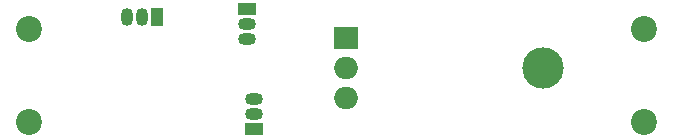
<source format=gbr>
%TF.GenerationSoftware,KiCad,Pcbnew,9.0.6*%
%TF.CreationDate,2025-11-17T11:05:33-05:00*%
%TF.ProjectId,vldo,766c646f-2e6b-4696-9361-645f70636258,0.1*%
%TF.SameCoordinates,Original*%
%TF.FileFunction,Soldermask,Bot*%
%TF.FilePolarity,Negative*%
%FSLAX46Y46*%
G04 Gerber Fmt 4.6, Leading zero omitted, Abs format (unit mm)*
G04 Created by KiCad (PCBNEW 9.0.6) date 2025-11-17 11:05:33*
%MOMM*%
%LPD*%
G01*
G04 APERTURE LIST*
%ADD10C,2.200000*%
%ADD11C,3.500000*%
%ADD12R,2.000000X1.905000*%
%ADD13O,2.000000X1.905000*%
%ADD14R,1.050000X1.500000*%
%ADD15O,1.050000X1.500000*%
%ADD16R,1.500000X1.050000*%
%ADD17O,1.500000X1.050000*%
G04 APERTURE END LIST*
D10*
%TO.C,J2*%
X163830000Y-73380000D03*
X163830000Y-81280000D03*
%TD*%
%TO.C,J1*%
X111760000Y-81280000D03*
X111760000Y-73380000D03*
%TD*%
D11*
%TO.C,M2*%
X155294746Y-76708000D03*
D12*
X138634746Y-74168000D03*
D13*
X138634746Y-76708000D03*
X138634746Y-79248000D03*
%TD*%
D14*
%TO.C,U4*%
X122555000Y-72390000D03*
D15*
X121285000Y-72390000D03*
X120015000Y-72390000D03*
%TD*%
D16*
%TO.C,Q1*%
X130175000Y-71755000D03*
D17*
X130175000Y-73025000D03*
X130175000Y-74295000D03*
%TD*%
D16*
%TO.C,Q2*%
X130810000Y-81915000D03*
D17*
X130810000Y-80645000D03*
X130810000Y-79375000D03*
%TD*%
M02*

</source>
